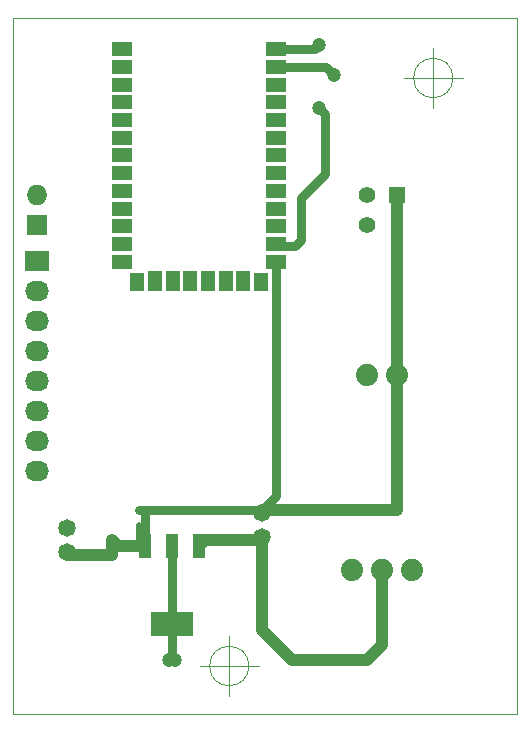
<source format=gbl>
%FSLAX34Y34*%
G04 Gerber Fmt 3.4, Leading zero omitted, Abs format*
G04 (created by PCBNEW (2014-06-16 BZR 4947)-product) date Tue 01 Jul 2014 11:52:39 PM EDT*
%MOIN*%
G01*
G70*
G90*
G04 APERTURE LIST*
%ADD10C,0.003937*%
%ADD11C,0.074000*%
%ADD12R,0.055000X0.055000*%
%ADD13C,0.055000*%
%ADD14R,0.144000X0.080000*%
%ADD15R,0.040000X0.080000*%
%ADD16R,0.066900X0.047200*%
%ADD17R,0.047200X0.062900*%
%ADD18R,0.047200X0.066900*%
%ADD19C,0.058300*%
%ADD20R,0.068000X0.068000*%
%ADD21O,0.068000X0.068000*%
%ADD22R,0.080000X0.068000*%
%ADD23O,0.080000X0.068000*%
%ADD24C,0.047244*%
%ADD25C,0.039370*%
%ADD26C,0.031496*%
%ADD27C,0.019685*%
G04 APERTURE END LIST*
G54D10*
X7856Y1600D02*
G75*
G03X7856Y1600I-656J0D01*
G74*
G01*
X6215Y1600D02*
X8184Y1600D01*
X7200Y2584D02*
X7200Y615D01*
X14656Y21200D02*
G75*
G03X14656Y21200I-656J0D01*
G74*
G01*
X13015Y21200D02*
X14984Y21200D01*
X14000Y22184D02*
X14000Y20215D01*
X0Y0D02*
X0Y23200D01*
X16800Y0D02*
X0Y0D01*
X16800Y23200D02*
X16800Y0D01*
X0Y23200D02*
X16800Y23200D01*
X0Y0D02*
X16500Y0D01*
G54D11*
X12800Y11300D03*
X11800Y11300D03*
X13300Y4800D03*
X12300Y4800D03*
X11300Y4800D03*
G54D12*
X12800Y17300D03*
G54D13*
X11800Y17300D03*
X11800Y16300D03*
G54D14*
X5300Y3000D03*
G54D15*
X5300Y5600D03*
X6200Y5600D03*
X4400Y5600D03*
G54D16*
X8759Y16257D03*
X8759Y15666D03*
X8759Y15076D03*
X8759Y16847D03*
X8759Y17438D03*
X8759Y18028D03*
X8759Y18619D03*
X8759Y19209D03*
X8759Y19800D03*
X8759Y20391D03*
X8759Y20981D03*
X8759Y21572D03*
X8759Y22162D03*
G54D17*
X8267Y14408D03*
G54D18*
X7675Y14426D03*
X7085Y14426D03*
X6495Y14426D03*
X5905Y14426D03*
X5315Y14426D03*
X4725Y14426D03*
G54D17*
X4135Y14407D03*
G54D16*
X3641Y15076D03*
X3641Y15666D03*
X3641Y16258D03*
X3641Y16847D03*
X3641Y17438D03*
X3641Y18028D03*
X3641Y18619D03*
X3641Y19209D03*
X3641Y19800D03*
X3641Y20391D03*
X3641Y20981D03*
X3641Y21572D03*
X3641Y22162D03*
G54D19*
X8300Y5906D03*
X8300Y6694D03*
X1800Y6194D03*
X1800Y5406D03*
G54D20*
X800Y16300D03*
G54D21*
X800Y17300D03*
G54D22*
X800Y15100D03*
G54D23*
X800Y14100D03*
X800Y13100D03*
X800Y12100D03*
X800Y11100D03*
X800Y10100D03*
X800Y9100D03*
X800Y8100D03*
G54D24*
X10700Y21300D03*
X10200Y22300D03*
X10200Y20200D03*
X5200Y1800D03*
X5400Y1800D03*
G54D25*
X6400Y5800D02*
X6200Y5600D01*
X8300Y5800D02*
X6400Y5800D01*
X12300Y2300D02*
X12300Y4800D01*
X11800Y1800D02*
X12300Y2300D01*
X9300Y1800D02*
X11800Y1800D01*
X8300Y2800D02*
X9300Y1800D01*
X8300Y5800D02*
X8300Y2800D01*
G54D26*
X10428Y21572D02*
X10700Y21300D01*
X8759Y21572D02*
X10428Y21572D01*
X10062Y22162D02*
X10200Y22300D01*
X8759Y22162D02*
X10062Y22162D01*
X8825Y15600D02*
X8759Y15666D01*
X10200Y20200D02*
X10400Y20000D01*
X10400Y20000D02*
X10400Y18000D01*
X10400Y18000D02*
X9600Y17200D01*
X9600Y17200D02*
X9600Y15800D01*
X9600Y15800D02*
X9400Y15600D01*
X9400Y15600D02*
X8825Y15600D01*
X5300Y5600D02*
X5300Y3000D01*
X5300Y1900D02*
X5300Y3000D01*
X5200Y1800D02*
X5300Y1900D01*
X5300Y1900D02*
X5300Y3000D01*
X5400Y1800D02*
X5300Y1900D01*
G54D25*
X8300Y6800D02*
X12800Y6800D01*
G54D26*
X4200Y6800D02*
X4700Y6800D01*
X4200Y6800D02*
X8300Y6800D01*
X4400Y6800D02*
X4700Y6800D01*
X8759Y7259D02*
X8300Y6800D01*
G54D25*
X3500Y5600D02*
X4400Y5600D01*
X12800Y6800D02*
X12800Y11300D01*
X12800Y17300D02*
X12800Y11300D01*
G54D27*
X4200Y5800D02*
X4400Y5600D01*
X4200Y6300D02*
X4200Y5800D01*
G54D26*
X4400Y5600D02*
X4400Y6800D01*
X8759Y15076D02*
X8759Y7259D01*
G54D25*
X3300Y5300D02*
X3300Y5800D01*
X3300Y5800D02*
X3500Y5600D01*
X1800Y5300D02*
X3300Y5300D01*
M02*

</source>
